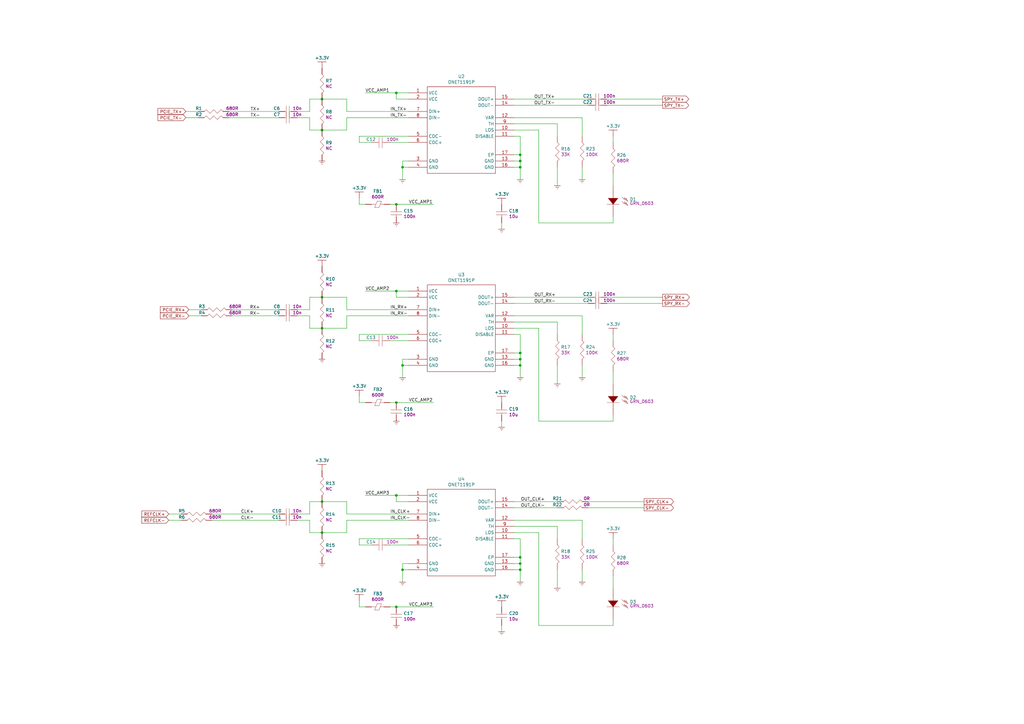
<source format=kicad_sch>
(kicad_sch (version 20200714) (host eeschema "(5.99.0-2858-ga3fc028c9b)")
  (page 4 5)
  (paper "A3")
  (title_block (title "EDSCH0003-V2") (date "07/10/2019") (rev "A") (comment 1 "VeSPA - PCIe INTERPOSER"))
  (lib_symbols
    (symbol "C_0402:C100N_16V_0402" (pin_numbers hide) (pin_names (offset 0.508) hide)
      (property "Reference" "C" (at 5.08 2.286 0))
      (property "Field4" "100n" (at 5.08 -0.254 0))
      (symbol "C100N_16V_0402_0_1"
        (polyline (pts (xy 2.54 0) (xy 2.54 -0.508)) (stroke (width 0.1016)))
        (polyline (pts (xy 0.254 -1.778) (xy 4.826 -1.778)) (stroke (width 0.1016)))
        (polyline (pts (xy 0.254 -0.508) (xy 4.826 -0.508)) (stroke (width 0.1016)))
        (polyline (pts (xy 2.54 -2.54) (xy 2.54 -1.778)) (stroke (width 0.1016)))
      )
      (symbol "C100N_16V_0402_0_0"
        (pin passive line (at 2.54 2.54 270) (length 2.54) (name "1") (number "1"))
        (pin passive line (at 2.54 -5.08 90) (length 2.54) (name "2") (number "2"))
      )
    )
    (symbol "C_1206:C10U_50V_1206" (pin_numbers hide) (pin_names (offset 0.508) hide)
      (property "Reference" "C" (at 2.54 2.286 0))
      (property "Field4" "10u" (at 2.54 -2.794 0))
      (symbol "C10U_50V_1206_0_1"
        (polyline (pts (xy 2.54 0) (xy 2.54 -0.508)) (stroke (width 0.1016)))
        (polyline (pts (xy 0.254 -1.778) (xy 4.826 -1.778)) (stroke (width 0.1016)))
        (polyline (pts (xy 0.254 -0.508) (xy 4.826 -0.508)) (stroke (width 0.1016)))
        (polyline (pts (xy 2.54 -2.54) (xy 2.54 -1.778)) (stroke (width 0.1016)))
      )
      (symbol "C10U_50V_1206_0_0"
        (pin passive line (at 2.54 2.54 270) (length 2.54) (name "1") (number "1"))
        (pin passive line (at 2.54 -5.08 90) (length 2.54) (name "2") (number "2"))
      )
    )
    (symbol "EDSCH0003-V2-A-rescue:+3.3V-MISC_KiCAD" (power) (pin_numbers hide) (pin_names (offset 0) hide)
      (property "Value" "+3.3V-MISC_KiCAD" (at 0 3.556 0))
      (symbol "+3.3V-MISC_KiCAD_0_1"
        (polyline (pts (xy -1.778 2.54) (xy 1.778 2.54)))
        (polyline (pts (xy 0 0) (xy 0 2.54)))
      )
      (symbol "+3.3V-MISC_KiCAD_1_1"
        (pin power_in line (at 0 0 90) (length 0) hide (name "+3.3V") (number "1"))
      )
    )
    (symbol "EDSCH0003-V2-A-rescue:C10N_0402-analyzer" (pin_numbers hide) (pin_names (offset 0.508) hide)
      (property "Reference" "C" (at 2.54 2.286 0))
      (property "Field4" "10n" (at 2.54 -2.794 0))
      (symbol "C10N_0402-analyzer_0_1"
        (polyline (pts (xy 0.254 -1.778) (xy 4.826 -1.778)) (stroke (width 0.1016)))
        (polyline (pts (xy 0.254 -0.508) (xy 4.826 -0.508)) (stroke (width 0.1016)))
        (polyline (pts (xy 2.54 -2.54) (xy 2.54 -1.778)) (stroke (width 0.1016)))
        (polyline (pts (xy 2.54 0) (xy 2.54 -0.508)) (stroke (width 0.1016)))
      )
      (symbol "C10N_0402-analyzer_0_0"
        (pin passive line (at 2.54 2.54 270) (length 2.54) (name "1") (number "1"))
        (pin passive line (at 2.54 -5.08 90) (length 2.54) (name "2") (number "2"))
      )
    )
    (symbol "EDSCH0003-V2-A-rescue:FR_600R_0.2A_0402-analyzer" (pin_numbers hide) (pin_names (offset 0.508) hide)
      (property "Reference" "FB" (at 2.54 -5.08 0))
      (property "Field4" "600R" (at 1.4224 0.3556 0))
      (symbol "FR_600R_0.2A_0402-analyzer_0_1"
        (polyline (pts (xy 1.27 -3.81) (xy 2.286 -1.27)) (stroke (width 0.1016)))
        (polyline (pts (xy 1.778 -2.54) (xy 0 -2.54)) (stroke (width 0.1016)))
        (polyline (pts (xy 3.048 -3.81) (xy 1.27 -3.81)) (stroke (width 0.1016)))
        (polyline (pts (xy 4.064 -1.27) (xy 2.286 -1.27)) (stroke (width 0.1016)))
        (polyline (pts (xy 4.064 -1.27) (xy 3.048 -3.81)) (stroke (width 0.1016)))
        (polyline (pts (xy 5.08 -2.54) (xy 3.556 -2.54)) (stroke (width 0.1016)))
      )
      (symbol "FR_600R_0.2A_0402-analyzer_0_0"
        (pin passive line (at -2.54 -2.54 0) (length 2.54) (name "1") (number "1"))
        (pin passive line (at 7.62 -2.54 180) (length 2.54) (name "2") (number "2"))
      )
    )
    (symbol "EDSCH0003-V2-A-rescue:GND-MISC_KiCAD" (power) (pin_numbers hide) (pin_names (offset 0) hide)
      (symbol "GND-MISC_KiCAD_0_1"
        (polyline (pts (xy -0.635 -0.635) (xy 0.635 -0.635)))
        (polyline (pts (xy -0.127 -1.27) (xy 0.127 -1.27)))
        (polyline (pts (xy 1.27 0) (xy -1.27 0)))
      )
      (symbol "GND-MISC_KiCAD_1_1"
        (pin power_in line (at 0 0 270) (length 0) hide (name "GND") (number "1"))
      )
    )
    (symbol "EDSCH0003-V2-A-rescue:LED_GRN_0603-analyzer" (pin_numbers hide) (pin_names (offset 0.508) hide)
      (property "Reference" "D" (at 0 2.286 0))
      (property "Field4" "GRN_0603" (at -2.54 -10.414 0))
      (symbol "LED_GRN_0603-analyzer_0_1"
        (polyline (pts (xy 2.286 -3.048) (xy 3.048 -3.048)) (stroke (width 0.1016)))
        (polyline (pts (xy 2.54 -7.62) (xy 0 -7.62)) (stroke (width 0.1524)))
        (polyline (pts (xy 2.54 -2.286) (xy 3.048 -2.794)) (stroke (width 0.1016)))
        (polyline (pts (xy 3.048 -3.048) (xy 2.032 -4.064)) (stroke (width 0.1016)))
        (polyline (pts (xy 3.048 -2.794) (xy 3.81 -1.524)) (stroke (width 0.1016)))
        (polyline (pts (xy 3.302 -2.032) (xy 2.286 -3.048)) (stroke (width 0.1016)))
        (polyline (pts (xy 3.81 -1.524) (xy 2.54 -2.286)) (stroke (width 0.1016)))
        (polyline (pts (xy 3.81 -1.524) (xy 3.81 -1.524)) (stroke (width 0.1016)))
        (polyline (pts (xy 4.064 -3.048) (xy 4.826 -3.048)) (stroke (width 0.1016)))
        (polyline (pts (xy 4.318 -2.286) (xy 4.826 -2.794)) (stroke (width 0.1016)))
        (polyline (pts (xy 4.826 -3.048) (xy 3.81 -4.064)) (stroke (width 0.1016)))
        (polyline (pts (xy 4.826 -2.794) (xy 5.588 -1.524)) (stroke (width 0.1016)))
        (polyline (pts (xy 5.08 -7.62) (xy 5.08 -7.62)) (stroke (width 0.1016)))
        (polyline (pts (xy 5.08 -5.08) (xy 5.08 -10.16)) (stroke (width 0.1016)))
        (polyline (pts (xy 5.08 -2.032) (xy 4.064 -3.048)) (stroke (width 0.1016)))
        (polyline (pts (xy 5.588 -1.524) (xy 4.318 -2.286)) (stroke (width 0.1016)))
        (polyline (pts (xy 5.588 -1.524) (xy 5.588 -1.524)) (stroke (width 0.1016)))
        (polyline (pts (xy 7.62 -7.62) (xy 5.08 -7.62)) (stroke (width 0.1524)))
        (polyline (pts (xy 2.54 -7.62) (xy 2.54 -5.588) (xy 5.08 -7.62) (xy 2.54 -9.652) (xy 2.54 -7.62)) (stroke (width 0.1016)) (fill (type outline)))
      )
      (symbol "LED_GRN_0603-analyzer_0_0"
        (pin passive line (at -2.54 -7.62 0) (length 2.54) (name "A") (number "1"))
        (pin passive line (at 10.16 -7.62 180) (length 2.54) (name "K") (number "2"))
      )
    )
    (symbol "EDSCH0003-V2-A-rescue:ONET1191P-analyzer"
      (property "Reference" "U" (at 2.54 38.1 0))
      (property "Value" "ONET1191P-analyzer" (at 22.86 38.1 0))
      (symbol "ONET1191P-analyzer_0_1"
        (rectangle (start 0 0) (end 27.94 35.56))
      )
      (symbol "ONET1191P-analyzer_1_1"
        (pin power_in line (at -7.62 33.02 0) (length 7.62) (name "VCC") (number "1"))
        (pin passive line (at 35.56 17.78 180) (length 7.62) (name "LOS") (number "10"))
        (pin passive line (at 35.56 15.24 180) (length 7.62) (name "DISABLE") (number "11"))
        (pin passive line (at 35.56 22.86 180) (length 7.62) (name "VAR") (number "12"))
        (pin power_in line (at 35.56 5.08 180) (length 7.62) (name "GND") (number "13"))
        (pin output line (at 35.56 27.94 180) (length 7.62) (name "DOUT-") (number "14"))
        (pin output line (at 35.56 30.48 180) (length 7.62) (name "DOUT+") (number "15"))
        (pin power_in line (at 35.56 2.54 180) (length 7.62) (name "GND") (number "16"))
        (pin power_in line (at 35.56 7.62 180) (length 7.62) (name "EP") (number "17"))
        (pin power_in line (at -7.62 30.48 0) (length 7.62) (name "VCC") (number "2"))
        (pin power_in line (at -7.62 5.08 0) (length 7.62) (name "GND") (number "3"))
        (pin power_in line (at -7.62 2.54 0) (length 7.62) (name "GND") (number "4"))
        (pin passive line (at -7.62 15.24 0) (length 7.62) (name "COC-") (number "5"))
        (pin passive line (at -7.62 12.7 0) (length 7.62) (name "COC+") (number "6"))
        (pin input line (at -7.62 25.4 0) (length 7.62) (name "DIN+") (number "7"))
        (pin input line (at -7.62 22.86 0) (length 7.62) (name "DIN-") (number "8"))
        (pin passive line (at 35.56 20.32 180) (length 7.62) (name "TH") (number "9"))
      )
    )
    (symbol "EDSCH0003-V2-A-rescue:R0R_5%_0402-analyzer" (pin_numbers hide) (pin_names (offset 0.508) hide)
      (property "Reference" "R" (at 5.08 -0.254 0))
      (property "Field4" "0R" (at 5.08 -2.794 0))
      (symbol "R0R_5%_0402-analyzer_0_1"
        (polyline (pts (xy 1.778 -5.334) (xy 3.302 -6.858)) (stroke (width 0.1016)))
        (polyline (pts (xy 1.778 -2.286) (xy 3.302 -3.81)) (stroke (width 0.1016)))
        (polyline (pts (xy 2.54 0) (xy 3.302 -0.762)) (stroke (width 0.1016)))
        (polyline (pts (xy 3.302 -6.858) (xy 2.54 -7.62)) (stroke (width 0.1016)))
        (polyline (pts (xy 3.302 -3.81) (xy 1.778 -5.334)) (stroke (width 0.1016)))
        (polyline (pts (xy 3.302 -0.762) (xy 1.778 -2.286)) (stroke (width 0.1016)))
      )
      (symbol "R0R_5%_0402-analyzer_0_0"
        (pin passive line (at 2.54 2.54 270) (length 2.54) (name "1") (number "1"))
        (pin passive line (at 2.54 -10.16 90) (length 2.54) (name "2") (number "2"))
      )
    )
    (symbol "EDSCH0003-V2-A-rescue:R680R_1%_0603-analyzer" (pin_numbers hide) (pin_names (offset 0.508) hide)
      (property "Reference" "R" (at 5.08 -0.254 0))
      (property "Field4" "680R" (at 5.08 -2.794 0))
      (symbol "R680R_1%_0603-analyzer_0_1"
        (polyline (pts (xy 1.778 -5.334) (xy 3.302 -6.858)) (stroke (width 0.1016)))
        (polyline (pts (xy 1.778 -2.286) (xy 3.302 -3.81)) (stroke (width 0.1016)))
        (polyline (pts (xy 2.54 0) (xy 3.302 -0.762)) (stroke (width 0.1016)))
        (polyline (pts (xy 3.302 -6.858) (xy 2.54 -7.62)) (stroke (width 0.1016)))
        (polyline (pts (xy 3.302 -3.81) (xy 1.778 -5.334)) (stroke (width 0.1016)))
        (polyline (pts (xy 3.302 -0.762) (xy 1.778 -2.286)) (stroke (width 0.1016)))
      )
      (symbol "R680R_1%_0603-analyzer_0_0"
        (pin passive line (at 2.54 2.54 270) (length 2.54) (name "1") (number "1"))
        (pin passive line (at 2.54 -10.16 90) (length 2.54) (name "2") (number "2"))
      )
    )
    (symbol "EDSCH0003-V2-A-rescue:R_NC_0402-analyzer" (pin_numbers hide) (pin_names (offset 0.508) hide)
      (property "Reference" "R" (at 5.08 -0.254 0))
      (property "Field4" "NC" (at 5.08 -2.794 0))
      (symbol "R_NC_0402-analyzer_0_1"
        (polyline (pts (xy 1.778 -5.334) (xy 3.302 -6.858)) (stroke (width 0.1016)))
        (polyline (pts (xy 1.778 -2.286) (xy 3.302 -3.81)) (stroke (width 0.1016)))
        (polyline (pts (xy 2.54 0) (xy 3.302 -0.762)) (stroke (width 0.1016)))
        (polyline (pts (xy 3.302 -6.858) (xy 2.54 -7.62)) (stroke (width 0.1016)))
        (polyline (pts (xy 3.302 -3.81) (xy 1.778 -5.334)) (stroke (width 0.1016)))
        (polyline (pts (xy 3.302 -0.762) (xy 1.778 -2.286)) (stroke (width 0.1016)))
      )
      (symbol "R_NC_0402-analyzer_0_0"
        (pin passive line (at 2.54 2.54 270) (length 2.54) (name "1") (number "1"))
        (pin passive line (at 2.54 -10.16 90) (length 2.54) (name "2") (number "2"))
      )
    )
    (symbol "R_0402:R100K_1%_0402" (pin_numbers hide) (pin_names (offset 0.508) hide)
      (property "Reference" "R" (at 5.08 -0.254 0))
      (property "Field4" "100K" (at 5.08 -2.794 0))
      (symbol "R100K_1%_0402_0_1"
        (polyline (pts (xy 2.54 0) (xy 3.302 -0.762)) (stroke (width 0.1016)))
        (polyline (pts (xy 3.302 -0.762) (xy 1.778 -2.286)) (stroke (width 0.1016)))
        (polyline (pts (xy 1.778 -2.286) (xy 3.302 -3.81)) (stroke (width 0.1016)))
        (polyline (pts (xy 3.302 -3.81) (xy 1.778 -5.334)) (stroke (width 0.1016)))
        (polyline (pts (xy 1.778 -5.334) (xy 3.302 -6.858)) (stroke (width 0.1016)))
        (polyline (pts (xy 3.302 -6.858) (xy 2.54 -7.62)) (stroke (width 0.1016)))
      )
      (symbol "R100K_1%_0402_0_0"
        (pin passive line (at 2.54 2.54 270) (length 2.54) (name "1") (number "1"))
        (pin passive line (at 2.54 -10.16 90) (length 2.54) (name "2") (number "2"))
      )
    )
    (symbol "R_0402:R33K_1%_0402" (pin_numbers hide) (pin_names (offset 0.508) hide)
      (property "Reference" "R" (at 5.08 -0.254 0))
      (property "Field4" "33K" (at 5.08 -2.794 0))
      (symbol "R33K_1%_0402_0_1"
        (polyline (pts (xy 2.54 0) (xy 3.302 -0.762)) (stroke (width 0.1016)))
        (polyline (pts (xy 3.302 -0.762) (xy 1.778 -2.286)) (stroke (width 0.1016)))
        (polyline (pts (xy 1.778 -2.286) (xy 3.302 -3.81)) (stroke (width 0.1016)))
        (polyline (pts (xy 3.302 -3.81) (xy 1.778 -5.334)) (stroke (width 0.1016)))
        (polyline (pts (xy 1.778 -5.334) (xy 3.302 -6.858)) (stroke (width 0.1016)))
        (polyline (pts (xy 3.302 -6.858) (xy 2.54 -7.62)) (stroke (width 0.1016)))
      )
      (symbol "R33K_1%_0402_0_0"
        (pin passive line (at 2.54 2.54 270) (length 2.54) (name "1") (number "1"))
        (pin passive line (at 2.54 -10.16 90) (length 2.54) (name "2") (number "2"))
      )
    )
  )
  (junction (at 132.08 40.64) (diameter 0.889))
  (junction (at 132.08 53.34) (diameter 0.889))
  (junction (at 132.08 121.92) (diameter 0.889))
  (junction (at 132.08 134.62) (diameter 0.889))
  (junction (at 132.08 205.74) (diameter 0.889))
  (junction (at 132.08 218.44) (diameter 0.889))
  (junction (at 162.56 38.1) (diameter 0.889))
  (junction (at 162.56 83.82) (diameter 0.889))
  (junction (at 162.56 119.38) (diameter 0.889))
  (junction (at 162.56 165.1) (diameter 0.889))
  (junction (at 162.56 203.2) (diameter 0.889))
  (junction (at 162.56 248.92) (diameter 0.889))
  (junction (at 165.1 68.58) (diameter 0.889))
  (junction (at 165.1 149.86) (diameter 0.889))
  (junction (at 165.1 233.68) (diameter 0.889))
  (junction (at 213.36 63.5) (diameter 0.889))
  (junction (at 213.36 66.04) (diameter 0.889))
  (junction (at 213.36 68.58) (diameter 0.889))
  (junction (at 213.36 144.78) (diameter 0.889))
  (junction (at 213.36 147.32) (diameter 0.889))
  (junction (at 213.36 149.86) (diameter 0.889))
  (junction (at 213.36 228.6) (diameter 0.889))
  (junction (at 213.36 231.14) (diameter 0.889))
  (junction (at 213.36 233.68) (diameter 0.889))
  (wire (pts (xy 74.295 210.82) (xy 69.215 210.82)))
  (wire (pts (xy 74.295 213.36) (xy 69.215 213.36)))
  (wire (pts (xy 81.28 45.72) (xy 76.2 45.72)))
  (wire (pts (xy 81.28 48.26) (xy 76.2 48.26)))
  (wire (pts (xy 82.55 127) (xy 77.47 127)))
  (wire (pts (xy 82.55 129.54) (xy 77.47 129.54)))
  (wire (pts (xy 114.3 45.72) (xy 93.98 45.72)))
  (wire (pts (xy 114.3 48.26) (xy 93.98 48.26)))
  (wire (pts (xy 114.3 127) (xy 95.25 127)))
  (wire (pts (xy 114.3 129.54) (xy 95.25 129.54)))
  (wire (pts (xy 114.3 210.82) (xy 86.995 210.82)))
  (wire (pts (xy 114.3 213.36) (xy 86.995 213.36)))
  (wire (pts (xy 121.92 45.72) (xy 127 45.72)))
  (wire (pts (xy 121.92 48.26) (xy 127 48.26)))
  (wire (pts (xy 121.92 127) (xy 127 127)))
  (wire (pts (xy 121.92 129.54) (xy 127 129.54)))
  (wire (pts (xy 121.92 210.82) (xy 127 210.82)))
  (wire (pts (xy 121.92 213.36) (xy 127 213.36)))
  (wire (pts (xy 127 40.64) (xy 132.08 40.64)))
  (wire (pts (xy 127 45.72) (xy 127 40.64)))
  (wire (pts (xy 127 48.26) (xy 127 53.34)))
  (wire (pts (xy 127 53.34) (xy 132.08 53.34)))
  (wire (pts (xy 127 121.92) (xy 132.08 121.92)))
  (wire (pts (xy 127 127) (xy 127 121.92)))
  (wire (pts (xy 127 129.54) (xy 127 134.62)))
  (wire (pts (xy 127 134.62) (xy 132.08 134.62)))
  (wire (pts (xy 127 205.74) (xy 132.08 205.74)))
  (wire (pts (xy 127 210.82) (xy 127 205.74)))
  (wire (pts (xy 127 213.36) (xy 127 218.44)))
  (wire (pts (xy 127 218.44) (xy 132.08 218.44)))
  (wire (pts (xy 132.08 40.64) (xy 142.24 40.64)))
  (wire (pts (xy 132.08 53.34) (xy 142.24 53.34)))
  (wire (pts (xy 132.08 121.92) (xy 142.24 121.92)))
  (wire (pts (xy 132.08 134.62) (xy 142.24 134.62)))
  (wire (pts (xy 132.08 205.74) (xy 142.24 205.74)))
  (wire (pts (xy 132.08 218.44) (xy 142.24 218.44)))
  (wire (pts (xy 142.24 40.64) (xy 142.24 45.72)))
  (wire (pts (xy 142.24 45.72) (xy 167.64 45.72)))
  (wire (pts (xy 142.24 48.26) (xy 167.64 48.26)))
  (wire (pts (xy 142.24 53.34) (xy 142.24 48.26)))
  (wire (pts (xy 142.24 121.92) (xy 142.24 127)))
  (wire (pts (xy 142.24 127) (xy 167.64 127)))
  (wire (pts (xy 142.24 129.54) (xy 167.64 129.54)))
  (wire (pts (xy 142.24 134.62) (xy 142.24 129.54)))
  (wire (pts (xy 142.24 205.74) (xy 142.24 210.82)))
  (wire (pts (xy 142.24 210.82) (xy 167.64 210.82)))
  (wire (pts (xy 142.24 213.36) (xy 167.64 213.36)))
  (wire (pts (xy 142.24 218.44) (xy 142.24 213.36)))
  (wire (pts (xy 147.32 55.88) (xy 147.32 58.42)))
  (wire (pts (xy 147.32 58.42) (xy 152.4 58.42)))
  (wire (pts (xy 147.32 83.82) (xy 147.32 81.28)))
  (wire (pts (xy 147.32 137.16) (xy 147.32 139.7)))
  (wire (pts (xy 147.32 139.7) (xy 152.4 139.7)))
  (wire (pts (xy 147.32 165.1) (xy 147.32 162.56)))
  (wire (pts (xy 147.32 220.98) (xy 147.32 223.52)))
  (wire (pts (xy 147.32 223.52) (xy 152.4 223.52)))
  (wire (pts (xy 147.32 248.92) (xy 147.32 246.38)))
  (wire (pts (xy 149.86 38.1) (xy 162.56 38.1)))
  (wire (pts (xy 149.86 83.82) (xy 147.32 83.82)))
  (wire (pts (xy 149.86 119.38) (xy 162.56 119.38)))
  (wire (pts (xy 149.86 165.1) (xy 147.32 165.1)))
  (wire (pts (xy 149.86 203.2) (xy 162.56 203.2)))
  (wire (pts (xy 149.86 248.92) (xy 147.32 248.92)))
  (wire (pts (xy 160.02 83.82) (xy 162.56 83.82)))
  (wire (pts (xy 160.02 165.1) (xy 162.56 165.1)))
  (wire (pts (xy 160.02 248.92) (xy 162.56 248.92)))
  (wire (pts (xy 162.56 38.1) (xy 167.64 38.1)))
  (wire (pts (xy 162.56 40.64) (xy 162.56 38.1)))
  (wire (pts (xy 162.56 83.82) (xy 177.8 83.82)))
  (wire (pts (xy 162.56 119.38) (xy 167.64 119.38)))
  (wire (pts (xy 162.56 121.92) (xy 162.56 119.38)))
  (wire (pts (xy 162.56 165.1) (xy 177.8 165.1)))
  (wire (pts (xy 162.56 203.2) (xy 167.64 203.2)))
  (wire (pts (xy 162.56 205.74) (xy 162.56 203.2)))
  (wire (pts (xy 162.56 248.92) (xy 177.8 248.92)))
  (wire (pts (xy 165.1 66.04) (xy 165.1 68.58)))
  (wire (pts (xy 165.1 68.58) (xy 165.1 73.66)))
  (wire (pts (xy 165.1 147.32) (xy 165.1 149.86)))
  (wire (pts (xy 165.1 149.86) (xy 165.1 154.94)))
  (wire (pts (xy 165.1 231.14) (xy 165.1 233.68)))
  (wire (pts (xy 165.1 233.68) (xy 165.1 238.76)))
  (wire (pts (xy 167.64 40.64) (xy 162.56 40.64)))
  (wire (pts (xy 167.64 55.88) (xy 147.32 55.88)))
  (wire (pts (xy 167.64 58.42) (xy 160.02 58.42)))
  (wire (pts (xy 167.64 66.04) (xy 165.1 66.04)))
  (wire (pts (xy 167.64 68.58) (xy 165.1 68.58)))
  (wire (pts (xy 167.64 121.92) (xy 162.56 121.92)))
  (wire (pts (xy 167.64 137.16) (xy 147.32 137.16)))
  (wire (pts (xy 167.64 139.7) (xy 160.02 139.7)))
  (wire (pts (xy 167.64 147.32) (xy 165.1 147.32)))
  (wire (pts (xy 167.64 149.86) (xy 165.1 149.86)))
  (wire (pts (xy 167.64 205.74) (xy 162.56 205.74)))
  (wire (pts (xy 167.64 220.98) (xy 147.32 220.98)))
  (wire (pts (xy 167.64 223.52) (xy 160.02 223.52)))
  (wire (pts (xy 167.64 231.14) (xy 165.1 231.14)))
  (wire (pts (xy 167.64 233.68) (xy 165.1 233.68)))
  (wire (pts (xy 205.74 93.98) (xy 205.74 91.44)))
  (wire (pts (xy 205.74 175.26) (xy 205.74 172.72)))
  (wire (pts (xy 205.74 259.08) (xy 205.74 256.54)))
  (wire (pts (xy 210.82 40.64) (xy 241.3 40.64)))
  (wire (pts (xy 210.82 43.18) (xy 241.3 43.18)))
  (wire (pts (xy 210.82 48.26) (xy 238.76 48.26)))
  (wire (pts (xy 210.82 50.8) (xy 228.6 50.8)))
  (wire (pts (xy 210.82 53.34) (xy 220.98 53.34)))
  (wire (pts (xy 210.82 55.88) (xy 213.36 55.88)))
  (wire (pts (xy 210.82 63.5) (xy 213.36 63.5)))
  (wire (pts (xy 210.82 66.04) (xy 213.36 66.04)))
  (wire (pts (xy 210.82 68.58) (xy 213.36 68.58)))
  (wire (pts (xy 210.82 121.92) (xy 241.3 121.92)))
  (wire (pts (xy 210.82 124.46) (xy 241.3 124.46)))
  (wire (pts (xy 210.82 129.54) (xy 238.76 129.54)))
  (wire (pts (xy 210.82 132.08) (xy 228.6 132.08)))
  (wire (pts (xy 210.82 134.62) (xy 220.98 134.62)))
  (wire (pts (xy 210.82 137.16) (xy 213.36 137.16)))
  (wire (pts (xy 210.82 144.78) (xy 213.36 144.78)))
  (wire (pts (xy 210.82 147.32) (xy 213.36 147.32)))
  (wire (pts (xy 210.82 149.86) (xy 213.36 149.86)))
  (wire (pts (xy 210.82 205.74) (xy 228.6 205.74)))
  (wire (pts (xy 210.82 208.28) (xy 228.6 208.28)))
  (wire (pts (xy 210.82 213.36) (xy 238.76 213.36)))
  (wire (pts (xy 210.82 215.9) (xy 228.6 215.9)))
  (wire (pts (xy 210.82 218.44) (xy 220.98 218.44)))
  (wire (pts (xy 210.82 220.98) (xy 213.36 220.98)))
  (wire (pts (xy 210.82 228.6) (xy 213.36 228.6)))
  (wire (pts (xy 210.82 231.14) (xy 213.36 231.14)))
  (wire (pts (xy 210.82 233.68) (xy 213.36 233.68)))
  (wire (pts (xy 213.36 55.88) (xy 213.36 63.5)))
  (wire (pts (xy 213.36 63.5) (xy 213.36 66.04)))
  (wire (pts (xy 213.36 66.04) (xy 213.36 68.58)))
  (wire (pts (xy 213.36 68.58) (xy 213.36 73.66)))
  (wire (pts (xy 213.36 137.16) (xy 213.36 144.78)))
  (wire (pts (xy 213.36 144.78) (xy 213.36 147.32)))
  (wire (pts (xy 213.36 147.32) (xy 213.36 149.86)))
  (wire (pts (xy 213.36 149.86) (xy 213.36 154.94)))
  (wire (pts (xy 213.36 220.98) (xy 213.36 228.6)))
  (wire (pts (xy 213.36 228.6) (xy 213.36 231.14)))
  (wire (pts (xy 213.36 231.14) (xy 213.36 233.68)))
  (wire (pts (xy 213.36 233.68) (xy 213.36 238.76)))
  (wire (pts (xy 220.98 53.34) (xy 220.98 91.44)))
  (wire (pts (xy 220.98 91.44) (xy 251.46 91.44)))
  (wire (pts (xy 220.98 134.62) (xy 220.98 172.72)))
  (wire (pts (xy 220.98 172.72) (xy 251.46 172.72)))
  (wire (pts (xy 220.98 218.44) (xy 220.98 256.54)))
  (wire (pts (xy 220.98 256.54) (xy 251.46 256.54)))
  (wire (pts (xy 228.6 50.8) (xy 228.6 55.88)))
  (wire (pts (xy 228.6 68.58) (xy 228.6 76.2)))
  (wire (pts (xy 228.6 132.08) (xy 228.6 137.16)))
  (wire (pts (xy 228.6 149.86) (xy 228.6 157.48)))
  (wire (pts (xy 228.6 215.9) (xy 228.6 220.98)))
  (wire (pts (xy 228.6 233.68) (xy 228.6 241.3)))
  (wire (pts (xy 238.76 48.26) (xy 238.76 55.88)))
  (wire (pts (xy 238.76 68.58) (xy 238.76 73.66)))
  (wire (pts (xy 238.76 129.54) (xy 238.76 137.16)))
  (wire (pts (xy 238.76 149.86) (xy 238.76 154.94)))
  (wire (pts (xy 238.76 213.36) (xy 238.76 220.98)))
  (wire (pts (xy 238.76 233.68) (xy 238.76 238.76)))
  (wire (pts (xy 241.3 205.74) (xy 264.16 205.74)))
  (wire (pts (xy 241.3 208.28) (xy 264.16 208.28)))
  (wire (pts (xy 248.92 40.64) (xy 271.78 40.64)))
  (wire (pts (xy 248.92 43.18) (xy 271.78 43.18)))
  (wire (pts (xy 248.92 121.92) (xy 271.78 121.92)))
  (wire (pts (xy 248.92 124.46) (xy 271.78 124.46)))
  (wire (pts (xy 251.46 58.42) (xy 251.46 55.88)))
  (wire (pts (xy 251.46 71.12) (xy 251.46 76.2)))
  (wire (pts (xy 251.46 91.44) (xy 251.46 88.9)))
  (wire (pts (xy 251.46 139.7) (xy 251.46 137.16)))
  (wire (pts (xy 251.46 152.4) (xy 251.46 157.48)))
  (wire (pts (xy 251.46 172.72) (xy 251.46 170.18)))
  (wire (pts (xy 251.46 223.52) (xy 251.46 220.98)))
  (wire (pts (xy 251.46 236.22) (xy 251.46 241.3)))
  (wire (pts (xy 251.46 256.54) (xy 251.46 254)))
  (label "CLK+" (at 104.14 210.82 180))
  (label "CLK-" (at 104.14 213.36 180))
  (label "TX+" (at 106.68 45.72 180))
  (label "TX-" (at 106.68 48.26 180))
  (label "RX+" (at 106.68 127 180))
  (label "RX-" (at 106.68 129.54 180))
  (label "VCC_AMP1" (at 149.86 38.1 0))
  (label "VCC_AMP2" (at 149.86 119.38 0))
  (label "VCC_AMP3" (at 149.86 203.2 0))
  (label "IN_TX+" (at 160.02 45.72 0))
  (label "IN_TX-" (at 160.02 48.26 0))
  (label "IN_RX+" (at 160.02 127 0))
  (label "IN_RX-" (at 160.02 129.54 0))
  (label "IN_CLK+" (at 160.02 210.82 0))
  (label "IN_CLK-" (at 160.02 213.36 0))
  (label "VCC_AMP1" (at 167.64 83.82 0))
  (label "VCC_AMP2" (at 167.64 165.1 0))
  (label "VCC_AMP3" (at 167.64 248.92 0))
  (label "OUT_TX+" (at 219.075 40.64 0))
  (label "OUT_TX-" (at 219.075 43.18 0))
  (label "OUT_RX+" (at 219.075 121.92 0))
  (label "OUT_RX-" (at 219.075 124.46 0))
  (label "OUT_CLK+" (at 223.52 205.74 180))
  (label "OUT_CLK-" (at 223.52 208.28 180))
  (global_label "REFCLK+" (shape input) (at 69.215 210.82 180))
  (global_label "REFCLK-" (shape input) (at 69.215 213.36 180))
  (global_label "PCIE_TX+" (shape input) (at 76.2 45.72 180))
  (global_label "PCIE_TX-" (shape input) (at 76.2 48.26 180))
  (global_label "PCIE_RX+" (shape input) (at 77.47 127 180))
  (global_label "PCIE_RX-" (shape input) (at 77.47 129.54 180))
  (global_label "SPY_CLK+" (shape output) (at 264.16 205.74 0))
  (global_label "SPY_CLK-" (shape output) (at 264.16 208.28 0))
  (global_label "SPY_TX+" (shape output) (at 271.78 40.64 0))
  (global_label "SPY_TX-" (shape output) (at 271.78 43.18 0))
  (global_label "SPY_RX+" (shape output) (at 271.78 121.92 0))
  (global_label "SPY_RX-" (shape output) (at 271.78 124.46 0))
  (symbol (lib_id "EDSCH0003-V2-A-rescue:GND-MISC_KiCAD") (at 132.08 66.04 0) (unit 1)
    (property "Reference" "#PWR024" (effects hide))
    (property "Value" "GND" (effects hide))
  )
  (symbol (lib_id "EDSCH0003-V2-A-rescue:GND-MISC_KiCAD") (at 132.08 147.32 0) (unit 1)
    (property "Reference" "#PWR026" (effects hide))
    (property "Value" "GND" (effects hide))
  )
  (symbol (lib_id "EDSCH0003-V2-A-rescue:GND-MISC_KiCAD") (at 132.08 231.14 0) (unit 1)
    (property "Reference" "#PWR028" (effects hide))
    (property "Value" "GND" (effects hide))
  )
  (symbol (lib_id "EDSCH0003-V2-A-rescue:GND-MISC_KiCAD") (at 162.56 91.44 0) (unit 1)
    (property "Reference" "#PWR032" (effects hide))
    (property "Value" "GND" (effects hide))
  )
  (symbol (lib_id "EDSCH0003-V2-A-rescue:GND-MISC_KiCAD") (at 162.56 172.72 0) (unit 1)
    (property "Reference" "#PWR033" (effects hide))
    (property "Value" "GND" (effects hide))
  )
  (symbol (lib_id "EDSCH0003-V2-A-rescue:GND-MISC_KiCAD") (at 162.56 256.54 0) (unit 1)
    (property "Reference" "#PWR034" (effects hide))
    (property "Value" "GND" (effects hide))
  )
  (symbol (lib_id "EDSCH0003-V2-A-rescue:GND-MISC_KiCAD") (at 165.1 73.66 0) (unit 1)
    (property "Reference" "#PWR035" (effects hide))
    (property "Value" "GND" (effects hide))
  )
  (symbol (lib_id "EDSCH0003-V2-A-rescue:GND-MISC_KiCAD") (at 165.1 154.94 0) (unit 1)
    (property "Reference" "#PWR036" (effects hide))
    (property "Value" "GND" (effects hide))
  )
  (symbol (lib_id "EDSCH0003-V2-A-rescue:GND-MISC_KiCAD") (at 165.1 238.76 0) (unit 1)
    (property "Reference" "#PWR037" (effects hide))
    (property "Value" "GND" (effects hide))
  )
  (symbol (lib_id "EDSCH0003-V2-A-rescue:GND-MISC_KiCAD") (at 205.74 93.98 0) (unit 1)
    (property "Reference" "#PWR039" (effects hide))
    (property "Value" "GND" (effects hide))
  )
  (symbol (lib_id "EDSCH0003-V2-A-rescue:GND-MISC_KiCAD") (at 205.74 175.26 0) (unit 1)
    (property "Reference" "#PWR041" (effects hide))
    (property "Value" "GND" (effects hide))
  )
  (symbol (lib_id "EDSCH0003-V2-A-rescue:GND-MISC_KiCAD") (at 205.74 259.08 0) (unit 1)
    (property "Reference" "#PWR043" (effects hide))
    (property "Value" "GND" (effects hide))
  )
  (symbol (lib_id "EDSCH0003-V2-A-rescue:GND-MISC_KiCAD") (at 213.36 73.66 0) (mirror y) (unit 1)
    (property "Reference" "#PWR044" (effects hide))
    (property "Value" "GND" (effects hide))
  )
  (symbol (lib_id "EDSCH0003-V2-A-rescue:GND-MISC_KiCAD") (at 213.36 154.94 0) (mirror y) (unit 1)
    (property "Reference" "#PWR045" (effects hide))
    (property "Value" "GND" (effects hide))
  )
  (symbol (lib_id "EDSCH0003-V2-A-rescue:GND-MISC_KiCAD") (at 213.36 238.76 0) (mirror y) (unit 1)
    (property "Reference" "#PWR046" (effects hide))
    (property "Value" "GND" (effects hide))
  )
  (symbol (lib_id "EDSCH0003-V2-A-rescue:GND-MISC_KiCAD") (at 228.6 76.2 0) (mirror y) (unit 1)
    (property "Reference" "#PWR047" (effects hide))
    (property "Value" "GND" (effects hide))
  )
  (symbol (lib_id "EDSCH0003-V2-A-rescue:GND-MISC_KiCAD") (at 228.6 157.48 0) (mirror y) (unit 1)
    (property "Reference" "#PWR048" (effects hide))
    (property "Value" "GND" (effects hide))
  )
  (symbol (lib_id "EDSCH0003-V2-A-rescue:GND-MISC_KiCAD") (at 228.6 241.3 0) (mirror y) (unit 1)
    (property "Reference" "#PWR049" (effects hide))
    (property "Value" "GND" (effects hide))
  )
  (symbol (lib_id "EDSCH0003-V2-A-rescue:GND-MISC_KiCAD") (at 238.76 73.66 0) (mirror y) (unit 1)
    (property "Reference" "#PWR050" (effects hide))
    (property "Value" "GND" (effects hide))
  )
  (symbol (lib_id "EDSCH0003-V2-A-rescue:GND-MISC_KiCAD") (at 238.76 154.94 0) (mirror y) (unit 1)
    (property "Reference" "#PWR051" (effects hide))
    (property "Value" "GND" (effects hide))
  )
  (symbol (lib_id "EDSCH0003-V2-A-rescue:GND-MISC_KiCAD") (at 238.76 238.76 0) (mirror y) (unit 1)
    (property "Reference" "#PWR052" (effects hide))
    (property "Value" "GND" (effects hide))
  )
  (symbol (lib_id "EDSCH0003-V2-A-rescue:+3.3V-MISC_KiCAD") (at 132.08 27.94 0) (unit 1)
    (property "Reference" "#PWR023" (effects hide))
    (property "Value" "+3.3V" (at 132.08 23.749 0))
  )
  (symbol (lib_id "EDSCH0003-V2-A-rescue:+3.3V-MISC_KiCAD") (at 132.08 109.22 0) (unit 1)
    (property "Reference" "#PWR025" (effects hide))
    (property "Value" "+3.3V" (at 132.08 105.029 0))
  )
  (symbol (lib_id "EDSCH0003-V2-A-rescue:+3.3V-MISC_KiCAD") (at 132.08 193.04 0) (unit 1)
    (property "Reference" "#PWR027" (effects hide))
    (property "Value" "+3.3V" (at 132.08 188.849 0))
  )
  (symbol (lib_id "EDSCH0003-V2-A-rescue:+3.3V-MISC_KiCAD") (at 147.32 81.28 0) (unit 1)
    (property "Reference" "#PWR029" (effects hide))
    (property "Value" "+3.3V" (at 147.32 77.089 0))
  )
  (symbol (lib_id "EDSCH0003-V2-A-rescue:+3.3V-MISC_KiCAD") (at 147.32 162.56 0) (unit 1)
    (property "Reference" "#PWR030" (effects hide))
    (property "Value" "+3.3V" (at 147.32 158.369 0))
  )
  (symbol (lib_id "EDSCH0003-V2-A-rescue:+3.3V-MISC_KiCAD") (at 147.32 246.38 0) (unit 1)
    (property "Reference" "#PWR031" (effects hide))
    (property "Value" "+3.3V" (at 147.32 242.189 0))
  )
  (symbol (lib_id "EDSCH0003-V2-A-rescue:+3.3V-MISC_KiCAD") (at 205.74 83.82 0) (unit 1)
    (property "Reference" "#PWR038" (effects hide))
    (property "Value" "+3.3V" (at 205.74 79.629 0))
  )
  (symbol (lib_id "EDSCH0003-V2-A-rescue:+3.3V-MISC_KiCAD") (at 205.74 165.1 0) (unit 1)
    (property "Reference" "#PWR040" (effects hide))
    (property "Value" "+3.3V" (at 205.74 160.909 0))
  )
  (symbol (lib_id "EDSCH0003-V2-A-rescue:+3.3V-MISC_KiCAD") (at 205.74 248.92 0) (unit 1)
    (property "Reference" "#PWR042" (effects hide))
    (property "Value" "+3.3V" (at 205.74 244.729 0))
  )
  (symbol (lib_id "EDSCH0003-V2-A-rescue:+3.3V-MISC_KiCAD") (at 251.46 55.88 0) (unit 1)
    (property "Reference" "#PWR053" (effects hide))
    (property "Value" "+3.3V" (at 251.46 51.689 0))
  )
  (symbol (lib_id "EDSCH0003-V2-A-rescue:+3.3V-MISC_KiCAD") (at 251.46 137.16 0) (unit 1)
    (property "Reference" "#PWR054" (effects hide))
    (property "Value" "+3.3V" (at 251.46 132.969 0))
  )
  (symbol (lib_id "EDSCH0003-V2-A-rescue:+3.3V-MISC_KiCAD") (at 251.46 220.98 0) (unit 1)
    (property "Reference" "#PWR055" (effects hide))
    (property "Value" "+3.3V" (at 251.46 216.789 0))
  )
  (symbol (lib_id "EDSCH0003-V2-A-rescue:R680R_1%_0603-analyzer") (at 76.835 213.36 90) (unit 1)
    (property "Reference" "R5" (at 74.549 209.55 90))
    (property "Value" "R680R_1%_0603" (effects hide))
    (property "Footprint" "r_smt0603_ref" (effects hide))
    (property "Field4" "680R" (at 88.265 209.55 90))
    (property "a_CODE_ODY" "ODE0206" (effects hide))
  )
  (symbol (lib_id "EDSCH0003-V2-A-rescue:R680R_1%_0603-analyzer") (at 76.835 215.9 90) (unit 1)
    (property "Reference" "R6" (at 74.549 212.09 90))
    (property "Value" "R680R_1%_0603" (effects hide))
    (property "Footprint" "r_smt0603_ref" (effects hide))
    (property "Field4" "680R" (at 88.265 212.09 90))
    (property "a_CODE_ODY" "ODE0206" (effects hide))
  )
  (symbol (lib_id "EDSCH0003-V2-A-rescue:R680R_1%_0603-analyzer") (at 83.82 48.26 90) (unit 1)
    (property "Reference" "R1" (at 81.534 44.45 90))
    (property "Value" "R680R_1%_0603" (effects hide))
    (property "Footprint" "r_smt0603_ref" (effects hide))
    (property "Field4" "680R" (at 95.25 44.45 90))
    (property "a_CODE_ODY" "ODE0206" (effects hide))
  )
  (symbol (lib_id "EDSCH0003-V2-A-rescue:R680R_1%_0603-analyzer") (at 83.82 50.8 90) (unit 1)
    (property "Reference" "R2" (at 81.534 46.99 90))
    (property "Value" "R680R_1%_0603" (effects hide))
    (property "Footprint" "r_smt0603_ref" (effects hide))
    (property "Field4" "680R" (at 95.25 46.99 90))
    (property "a_CODE_ODY" "ODE0206" (effects hide))
  )
  (symbol (lib_id "EDSCH0003-V2-A-rescue:R680R_1%_0603-analyzer") (at 85.09 129.54 90) (unit 1)
    (property "Reference" "R3" (at 82.804 125.73 90))
    (property "Value" "R680R_1%_0603" (effects hide))
    (property "Footprint" "r_smt0603_ref" (effects hide))
    (property "Field4" "680R" (at 96.52 125.73 90))
    (property "a_CODE_ODY" "ODE0206" (effects hide))
  )
  (symbol (lib_id "EDSCH0003-V2-A-rescue:R680R_1%_0603-analyzer") (at 85.09 132.08 90) (unit 1)
    (property "Reference" "R4" (at 82.804 128.27 90))
    (property "Value" "R680R_1%_0603" (effects hide))
    (property "Footprint" "r_smt0603_ref" (effects hide))
    (property "Field4" "680R" (at 96.52 128.27 90))
    (property "a_CODE_ODY" "ODE0206" (effects hide))
  )
  (symbol (lib_id "EDSCH0003-V2-A-rescue:R_NC_0402-analyzer") (at 129.54 30.48 0) (unit 1)
    (property "Reference" "R7" (at 133.5278 33.147 0) (effects (justify left)))
    (property "Value" "R_NC_0402" (effects hide))
    (property "Footprint" "ed_footprints:r_smt0402_ref" (effects hide))
    (property "Field4" "NC" (at 133.5278 35.433 0) (effects (justify left)))
  )
  (symbol (lib_id "EDSCH0003-V2-A-rescue:R_NC_0402-analyzer") (at 129.54 43.18 0) (unit 1)
    (property "Reference" "R8" (at 133.5278 45.847 0) (effects (justify left)))
    (property "Value" "R_NC_0402" (effects hide))
    (property "Footprint" "ed_footprints:r_smt0402_ref" (effects hide))
    (property "Field4" "NC" (at 133.5278 48.133 0) (effects (justify left)))
  )
  (symbol (lib_id "EDSCH0003-V2-A-rescue:R_NC_0402-analyzer") (at 129.54 55.88 0) (unit 1)
    (property "Reference" "R9" (at 133.5278 58.547 0) (effects (justify left)))
    (property "Value" "R_NC_0402" (effects hide))
    (property "Footprint" "ed_footprints:r_smt0402_ref" (effects hide))
    (property "Field4" "NC" (at 133.5278 60.833 0) (effects (justify left)))
  )
  (symbol (lib_id "EDSCH0003-V2-A-rescue:R_NC_0402-analyzer") (at 129.54 111.76 0) (unit 1)
    (property "Reference" "R10" (at 133.5278 114.427 0) (effects (justify left)))
    (property "Value" "R_NC_0402" (effects hide))
    (property "Footprint" "ed_footprints:r_smt0402_ref" (effects hide))
    (property "Field4" "NC" (at 133.5278 116.713 0) (effects (justify left)))
  )
  (symbol (lib_id "EDSCH0003-V2-A-rescue:R_NC_0402-analyzer") (at 129.54 124.46 0) (unit 1)
    (property "Reference" "R11" (at 133.5278 127.127 0) (effects (justify left)))
    (property "Value" "R_NC_0402" (effects hide))
    (property "Footprint" "ed_footprints:r_smt0402_ref" (effects hide))
    (property "Field4" "NC" (at 133.5278 129.413 0) (effects (justify left)))
  )
  (symbol (lib_id "EDSCH0003-V2-A-rescue:R_NC_0402-analyzer") (at 129.54 137.16 0) (unit 1)
    (property "Reference" "R12" (at 133.5278 139.827 0) (effects (justify left)))
    (property "Value" "R_NC_0402" (effects hide))
    (property "Footprint" "ed_footprints:r_smt0402_ref" (effects hide))
    (property "Field4" "NC" (at 133.5278 142.113 0) (effects (justify left)))
  )
  (symbol (lib_id "EDSCH0003-V2-A-rescue:R_NC_0402-analyzer") (at 129.54 195.58 0) (unit 1)
    (property "Reference" "R13" (at 133.5278 198.247 0) (effects (justify left)))
    (property "Value" "R_NC_0402" (effects hide))
    (property "Footprint" "ed_footprints:r_smt0402_ref" (effects hide))
    (property "Field4" "NC" (at 133.5278 200.533 0) (effects (justify left)))
  )
  (symbol (lib_id "EDSCH0003-V2-A-rescue:R_NC_0402-analyzer") (at 129.54 208.28 0) (unit 1)
    (property "Reference" "R14" (at 133.5278 210.947 0) (effects (justify left)))
    (property "Value" "R_NC_0402" (effects hide))
    (property "Footprint" "ed_footprints:r_smt0402_ref" (effects hide))
    (property "Field4" "NC" (at 133.5278 213.233 0) (effects (justify left)))
  )
  (symbol (lib_id "EDSCH0003-V2-A-rescue:R_NC_0402-analyzer") (at 129.54 220.98 0) (unit 1)
    (property "Reference" "R15" (at 133.5278 223.647 0) (effects (justify left)))
    (property "Value" "R_NC_0402" (effects hide))
    (property "Footprint" "ed_footprints:r_smt0402_ref" (effects hide))
    (property "Field4" "NC" (at 133.5278 225.933 0) (effects (justify left)))
  )
  (symbol (lib_id "R_0402:R33K_1%_0402") (at 226.06 58.42 0) (unit 1)
    (property "Reference" "R16" (at 230.0478 61.087 0) (effects (justify left)))
    (property "Value" "R33K_1%_0402" (effects hide))
    (property "Footprint" "ed_footprints:r_smt0402_ref" (effects hide))
    (property "Field4" "33K" (at 230.0478 63.373 0) (effects (justify left)))
    (property "a_CODE_ODY" "ODE1246" (effects hide))
  )
  (symbol (lib_id "R_0402:R33K_1%_0402") (at 226.06 139.7 0) (unit 1)
    (property "Reference" "R17" (at 230.0478 142.367 0) (effects (justify left)))
    (property "Value" "R33K_1%_0402" (effects hide))
    (property "Footprint" "ed_footprints:r_smt0402_ref" (effects hide))
    (property "Field4" "33K" (at 230.0478 144.653 0) (effects (justify left)))
    (property "a_CODE_ODY" "ODE1246" (effects hide))
  )
  (symbol (lib_id "R_0402:R33K_1%_0402") (at 226.06 223.52 0) (unit 1)
    (property "Reference" "R18" (at 230.0478 226.187 0) (effects (justify left)))
    (property "Value" "R33K_1%_0402" (effects hide))
    (property "Footprint" "ed_footprints:r_smt0402_ref" (effects hide))
    (property "Field4" "33K" (at 230.0478 228.473 0) (effects (justify left)))
    (property "a_CODE_ODY" "ODE1246" (effects hide))
  )
  (symbol (lib_id "EDSCH0003-V2-A-rescue:R0R_5%_0402-analyzer") (at 231.14 208.28 90) (unit 1)
    (property "Reference" "R21" (at 228.6 204.47 90))
    (property "Value" "R0R_5%_0402" (effects hide))
    (property "Footprint" "ed_footprints:r_smt0402_ref" (effects hide))
    (property "Field4" "0R" (at 240.665 204.47 90))
  )
  (symbol (lib_id "EDSCH0003-V2-A-rescue:R0R_5%_0402-analyzer") (at 231.14 210.82 90) (unit 1)
    (property "Reference" "R22" (at 228.6 207.01 90))
    (property "Value" "R0R_5%_0402" (effects hide))
    (property "Footprint" "ed_footprints:r_smt0402_ref" (effects hide))
    (property "Field4" "0R" (at 240.665 207.01 90))
  )
  (symbol (lib_id "R_0402:R100K_1%_0402") (at 236.22 58.42 0) (unit 1)
    (property "Reference" "R23" (at 240.2078 61.087 0) (effects (justify left)))
    (property "Value" "R100K_1%_0402" (effects hide))
    (property "Footprint" "ed_footprints:r_smt0402_ref" (effects hide))
    (property "Field4" "100K" (at 240.2078 63.373 0) (effects (justify left)))
    (property "a_CODE_ODY" "ODE0158" (effects hide))
  )
  (symbol (lib_id "R_0402:R100K_1%_0402") (at 236.22 139.7 0) (unit 1)
    (property "Reference" "R24" (at 240.2078 142.367 0) (effects (justify left)))
    (property "Value" "R100K_1%_0402" (effects hide))
    (property "Footprint" "ed_footprints:r_smt0402_ref" (effects hide))
    (property "Field4" "100K" (at 240.2078 144.653 0) (effects (justify left)))
    (property "a_CODE_ODY" "ODE0158" (effects hide))
  )
  (symbol (lib_id "R_0402:R100K_1%_0402") (at 236.22 223.52 0) (unit 1)
    (property "Reference" "R25" (at 240.2078 226.187 0) (effects (justify left)))
    (property "Value" "R100K_1%_0402" (effects hide))
    (property "Footprint" "ed_footprints:r_smt0402_ref" (effects hide))
    (property "Field4" "100K" (at 240.2078 228.473 0) (effects (justify left)))
    (property "a_CODE_ODY" "ODE0158" (effects hide))
  )
  (symbol (lib_id "EDSCH0003-V2-A-rescue:R680R_1%_0603-analyzer") (at 248.92 60.96 0) (unit 1)
    (property "Reference" "R26" (at 252.9078 63.627 0) (effects (justify left)))
    (property "Value" "R680R_1%_0603" (effects hide))
    (property "Footprint" "r_smt0603_ref" (effects hide))
    (property "Field4" "680R" (at 252.9078 65.913 0) (effects (justify left)))
    (property "a_CODE_ODY" "ODE0206" (effects hide))
  )
  (symbol (lib_id "EDSCH0003-V2-A-rescue:R680R_1%_0603-analyzer") (at 248.92 142.24 0) (unit 1)
    (property "Reference" "R27" (at 252.9078 144.907 0) (effects (justify left)))
    (property "Value" "R680R_1%_0603" (effects hide))
    (property "Footprint" "r_smt0603_ref" (effects hide))
    (property "Field4" "680R" (at 252.9078 147.193 0) (effects (justify left)))
    (property "a_CODE_ODY" "ODE0206" (effects hide))
  )
  (symbol (lib_id "EDSCH0003-V2-A-rescue:R680R_1%_0603-analyzer") (at 248.92 226.06 0) (unit 1)
    (property "Reference" "R28" (at 252.9078 228.727 0) (effects (justify left)))
    (property "Value" "R680R_1%_0603" (effects hide))
    (property "Footprint" "r_smt0603_ref" (effects hide))
    (property "Field4" "680R" (at 252.9078 231.013 0) (effects (justify left)))
    (property "a_CODE_ODY" "ODE0206" (effects hide))
  )
  (symbol (lib_id "EDSCH0003-V2-A-rescue:FR_600R_0.2A_0402-analyzer") (at 152.4 81.28 0) (unit 1)
    (property "Reference" "FB1" (at 154.94 78.4098 0))
    (property "Value" "FR_600R_0.2A_0402" (effects hide))
    (property "Footprint" "ed_footprints:r_smt0402_ref" (effects hide))
    (property "Field4" "600R" (at 154.94 80.7212 0))
    (property "a_CODE_ODY" "ODE0187" (effects hide))
  )
  (symbol (lib_id "EDSCH0003-V2-A-rescue:FR_600R_0.2A_0402-analyzer") (at 152.4 162.56 0) (unit 1)
    (property "Reference" "FB2" (at 154.94 159.6898 0))
    (property "Value" "FR_600R_0.2A_0402" (effects hide))
    (property "Footprint" "ed_footprints:r_smt0402_ref" (effects hide))
    (property "Field4" "600R" (at 154.94 162.0012 0))
    (property "a_CODE_ODY" "ODE0187" (effects hide))
  )
  (symbol (lib_id "EDSCH0003-V2-A-rescue:FR_600R_0.2A_0402-analyzer") (at 152.4 246.38 0) (unit 1)
    (property "Reference" "FB3" (at 154.94 243.5098 0))
    (property "Value" "FR_600R_0.2A_0402" (effects hide))
    (property "Footprint" "ed_footprints:r_smt0402_ref" (effects hide))
    (property "Field4" "600R" (at 154.94 245.8212 0))
    (property "a_CODE_ODY" "ODE0187" (effects hide))
  )
  (symbol (lib_id "EDSCH0003-V2-A-rescue:C10N_0402-analyzer") (at 116.84 48.26 90) (unit 1)
    (property "Reference" "C6" (at 113.538 44.45 90))
    (property "Value" "C10N_0402" (effects hide))
    (property "Footprint" "ed_footprints:r_smt0402_ref" (effects hide))
    (property "Field4" "10n" (at 121.92 44.45 90))
    (property "a_CODE_ODY" "ODE0010" (effects hide))
  )
  (symbol (lib_id "EDSCH0003-V2-A-rescue:C10N_0402-analyzer") (at 116.84 50.8 90) (unit 1)
    (property "Reference" "C7" (at 113.538 46.99 90))
    (property "Value" "C10N_0402" (effects hide))
    (property "Footprint" "ed_footprints:r_smt0402_ref" (effects hide))
    (property "Field4" "10n" (at 121.92 46.99 90))
    (property "a_CODE_ODY" "ODE0010" (effects hide))
  )
  (symbol (lib_id "EDSCH0003-V2-A-rescue:C10N_0402-analyzer") (at 116.84 129.54 90) (unit 1)
    (property "Reference" "C8" (at 113.538 125.73 90))
    (property "Value" "C10N_0402" (effects hide))
    (property "Footprint" "ed_footprints:r_smt0402_ref" (effects hide))
    (property "Field4" "10n" (at 121.92 125.73 90))
    (property "a_CODE_ODY" "ODE0010" (effects hide))
  )
  (symbol (lib_id "EDSCH0003-V2-A-rescue:C10N_0402-analyzer") (at 116.84 132.08 90) (unit 1)
    (property "Reference" "C9" (at 113.538 128.27 90))
    (property "Value" "C10N_0402" (effects hide))
    (property "Footprint" "ed_footprints:r_smt0402_ref" (effects hide))
    (property "Field4" "10n" (at 121.92 128.27 90))
    (property "a_CODE_ODY" "ODE0010" (effects hide))
  )
  (symbol (lib_id "EDSCH0003-V2-A-rescue:C10N_0402-analyzer") (at 116.84 213.36 90) (unit 1)
    (property "Reference" "C10" (at 113.538 209.55 90))
    (property "Value" "C10N_0402" (effects hide))
    (property "Footprint" "ed_footprints:r_smt0402_ref" (effects hide))
    (property "Field4" "10n" (at 121.92 209.55 90))
    (property "a_CODE_ODY" "ODE0010" (effects hide))
  )
  (symbol (lib_id "EDSCH0003-V2-A-rescue:C10N_0402-analyzer") (at 116.84 215.9 90) (unit 1)
    (property "Reference" "C11" (at 113.538 212.09 90))
    (property "Value" "C10N_0402" (effects hide))
    (property "Footprint" "ed_footprints:r_smt0402_ref" (effects hide))
    (property "Field4" "10n" (at 121.92 212.09 90))
    (property "a_CODE_ODY" "ODE0010" (effects hide))
  )
  (symbol (lib_id "C_0402:C100N_16V_0402") (at 154.94 60.96 90) (unit 1)
    (property "Reference" "C12" (at 152.146 57.15 90))
    (property "Value" "C100N_16V_0402" (effects hide))
    (property "Footprint" "ed_footprints:r_smt0402_ref" (effects hide))
    (property "Field4" "100n" (at 161.036 57.15 90))
    (property "a_CODE_ODY" "ODE0008" (effects hide))
  )
  (symbol (lib_id "C_0402:C100N_16V_0402") (at 154.94 142.24 90) (unit 1)
    (property "Reference" "C13" (at 152.146 138.43 90))
    (property "Value" "C100N_16V_0402" (effects hide))
    (property "Footprint" "ed_footprints:r_smt0402_ref" (effects hide))
    (property "Field4" "100n" (at 161.036 138.43 90))
    (property "a_CODE_ODY" "ODE0008" (effects hide))
  )
  (symbol (lib_id "C_0402:C100N_16V_0402") (at 154.94 226.06 90) (unit 1)
    (property "Reference" "C14" (at 152.146 222.25 90))
    (property "Value" "C100N_16V_0402" (effects hide))
    (property "Footprint" "ed_footprints:r_smt0402_ref" (effects hide))
    (property "Field4" "100n" (at 161.036 222.25 90))
    (property "a_CODE_ODY" "ODE0008" (effects hide))
  )
  (symbol (lib_id "C_0402:C100N_16V_0402") (at 160.02 86.36 0) (unit 1)
    (property "Reference" "C15" (at 165.5318 86.487 0) (effects (justify left)))
    (property "Value" "C100N_16V_0402" (effects hide))
    (property "Footprint" "ed_footprints:r_smt0402_ref" (effects hide))
    (property "Field4" "100n" (at 165.5318 88.773 0) (effects (justify left)))
    (property "a_CODE_ODY" "ODE0008" (effects hide))
  )
  (symbol (lib_id "C_0402:C100N_16V_0402") (at 160.02 167.64 0) (unit 1)
    (property "Reference" "C16" (at 165.5318 167.767 0) (effects (justify left)))
    (property "Value" "C100N_16V_0402" (effects hide))
    (property "Footprint" "ed_footprints:r_smt0402_ref" (effects hide))
    (property "Field4" "100n" (at 165.5318 170.053 0) (effects (justify left)))
    (property "a_CODE_ODY" "ODE0008" (effects hide))
  )
  (symbol (lib_id "C_0402:C100N_16V_0402") (at 160.02 251.46 0) (unit 1)
    (property "Reference" "C17" (at 165.5318 251.587 0) (effects (justify left)))
    (property "Value" "C100N_16V_0402" (effects hide))
    (property "Footprint" "ed_footprints:r_smt0402_ref" (effects hide))
    (property "Field4" "100n" (at 165.5318 253.873 0) (effects (justify left)))
    (property "a_CODE_ODY" "ODE0008" (effects hide))
  )
  (symbol (lib_id "C_1206:C10U_50V_1206") (at 203.2 86.36 0) (unit 1)
    (property "Reference" "C18" (at 208.7118 86.487 0) (effects (justify left)))
    (property "Value" "C10U_50V_1206" (effects hide))
    (property "Footprint" "c_smt1206_ref" (effects hide))
    (property "Field4" "10u" (at 208.7118 88.773 0) (effects (justify left)))
    (property "a_CODE_ODY" "ODE0467" (effects hide))
  )
  (symbol (lib_id "C_1206:C10U_50V_1206") (at 203.2 167.64 0) (unit 1)
    (property "Reference" "C19" (at 208.7118 167.767 0) (effects (justify left)))
    (property "Value" "C10U_50V_1206" (effects hide))
    (property "Footprint" "c_smt1206_ref" (effects hide))
    (property "Field4" "10u" (at 208.7118 170.053 0) (effects (justify left)))
    (property "a_CODE_ODY" "ODE0467" (effects hide))
  )
  (symbol (lib_id "C_1206:C10U_50V_1206") (at 203.2 251.46 0) (unit 1)
    (property "Reference" "C20" (at 208.7118 251.587 0) (effects (justify left)))
    (property "Value" "C10U_50V_1206" (effects hide))
    (property "Footprint" "c_smt1206_ref" (effects hide))
    (property "Field4" "10u" (at 208.7118 253.873 0) (effects (justify left)))
    (property "a_CODE_ODY" "ODE0467" (effects hide))
  )
  (symbol (lib_id "C_0402:C100N_16V_0402") (at 243.84 43.18 90) (unit 1)
    (property "Reference" "C21" (at 241.046 39.37 90))
    (property "Value" "C100N_16V_0402" (effects hide))
    (property "Footprint" "ed_footprints:r_smt0402_ref" (effects hide))
    (property "Field4" "100n" (at 249.936 39.37 90))
    (property "a_CODE_ODY" "ODE0008" (effects hide))
  )
  (symbol (lib_id "C_0402:C100N_16V_0402") (at 243.84 45.72 90) (unit 1)
    (property "Reference" "C22" (at 241.046 41.91 90))
    (property "Value" "C100N_16V_0402" (effects hide))
    (property "Footprint" "ed_footprints:r_smt0402_ref" (effects hide))
    (property "Field4" "100n" (at 249.936 41.91 90))
    (property "a_CODE_ODY" "ODE0008" (effects hide))
  )
  (symbol (lib_id "C_0402:C100N_16V_0402") (at 243.84 124.46 90) (unit 1)
    (property "Reference" "C23" (at 241.046 120.65 90))
    (property "Value" "C100N_16V_0402" (effects hide))
    (property "Footprint" "ed_footprints:r_smt0402_ref" (effects hide))
    (property "Field4" "100n" (at 249.936 120.65 90))
    (property "a_CODE_ODY" "ODE0008" (effects hide))
  )
  (symbol (lib_id "C_0402:C100N_16V_0402") (at 243.84 127 90) (unit 1)
    (property "Reference" "C24" (at 241.046 123.19 90))
    (property "Value" "C100N_16V_0402" (effects hide))
    (property "Footprint" "ed_footprints:r_smt0402_ref" (effects hide))
    (property "Field4" "100n" (at 249.936 123.19 90))
    (property "a_CODE_ODY" "ODE0008" (effects hide))
  )
  (symbol (lib_id "EDSCH0003-V2-A-rescue:LED_GRN_0603-analyzer") (at 259.08 78.74 270) (unit 1)
    (property "Reference" "D1" (at 258.2418 81.7118 90) (effects (justify left)))
    (property "Value" "LED_GRN_0603" (effects hide))
    (property "Footprint" "LED_0603_1608Metric_Castellated" (effects hide))
    (property "Field4" "GRN_0603" (at 258.2418 83.3882 90) (effects (justify left)))
    (property "a_CODE_ODY" "ODE0224" (effects hide))
  )
  (symbol (lib_id "EDSCH0003-V2-A-rescue:LED_GRN_0603-analyzer") (at 259.08 160.02 270) (unit 1)
    (property "Reference" "D2" (at 258.2418 162.9918 90) (effects (justify left)))
    (property "Value" "LED_GRN_0603" (effects hide))
    (property "Footprint" "LED_0603_1608Metric_Castellated" (effects hide))
    (property "Field4" "GRN_0603" (at 258.2418 164.6682 90) (effects (justify left)))
    (property "a_CODE_ODY" "ODE0224" (effects hide))
  )
  (symbol (lib_id "EDSCH0003-V2-A-rescue:LED_GRN_0603-analyzer") (at 259.08 243.84 270) (unit 1)
    (property "Reference" "D3" (at 258.2418 246.8118 90) (effects (justify left)))
    (property "Value" "LED_GRN_0603" (effects hide))
    (property "Footprint" "LED_0603_1608Metric_Castellated" (effects hide))
    (property "Field4" "GRN_0603" (at 258.2418 248.4882 90) (effects (justify left)))
    (property "a_CODE_ODY" "ODE0224" (effects hide))
  )
  (symbol (lib_id "EDSCH0003-V2-A-rescue:ONET1191P-analyzer") (at 175.26 71.12 0) (unit 1)
    (property "Reference" "U2" (at 189.23 31.369 0))
    (property "Value" "ONET1191P" (at 189.23 33.6804 0))
    (property "Footprint" "Package_DFN_QFN:QFN-16-1EP_3x3mm_P0.5mm_EP1.7x1.7mm" (effects hide))
  )
  (symbol (lib_id "EDSCH0003-V2-A-rescue:ONET1191P-analyzer") (at 175.26 152.4 0) (unit 1)
    (property "Reference" "U3" (at 189.23 112.649 0))
    (property "Value" "ONET1191P" (at 189.23 114.9604 0))
    (property "Footprint" "Package_DFN_QFN:QFN-16-1EP_3x3mm_P0.5mm_EP1.7x1.7mm" (effects hide))
  )
  (symbol (lib_id "EDSCH0003-V2-A-rescue:ONET1191P-analyzer") (at 175.26 236.22 0) (unit 1)
    (property "Reference" "U4" (at 189.23 196.469 0))
    (property "Value" "ONET1191P" (at 189.23 198.7804 0))
    (property "Footprint" "Package_DFN_QFN:QFN-16-1EP_3x3mm_P0.5mm_EP1.7x1.7mm" (effects hide))
  )
)
</source>
